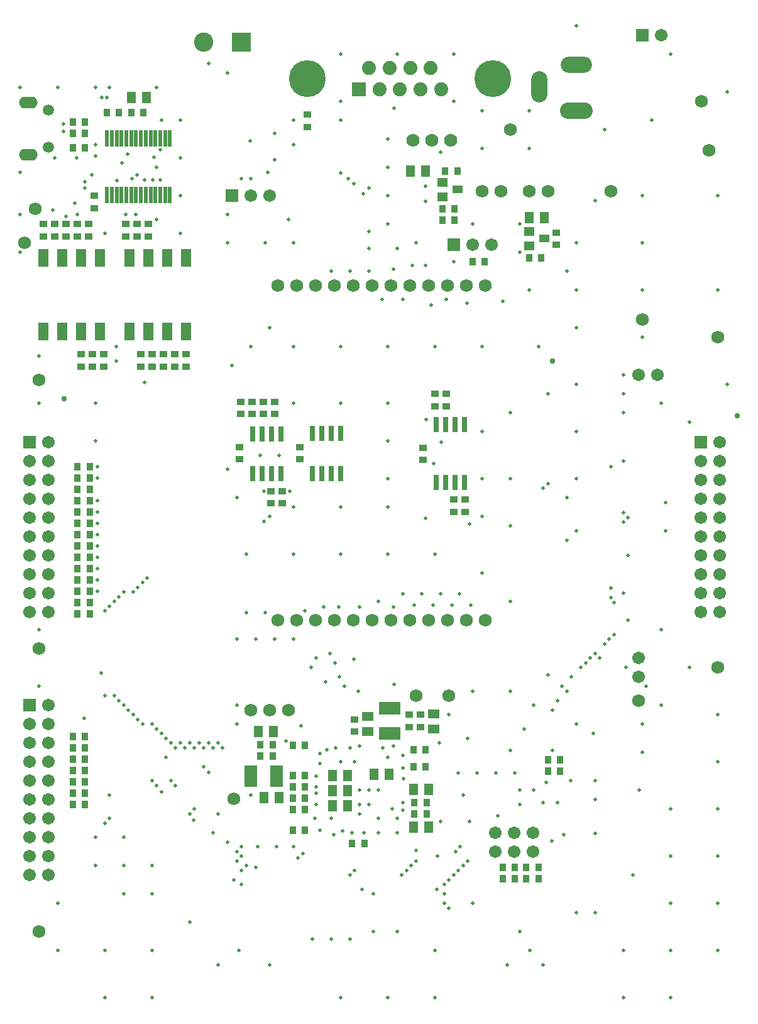
<source format=gbs>
%FSLAX25Y25*%
%MOIN*%
G70*
G01*
G75*
G04 Layer_Color=16711935*
%ADD10R,0.10000X0.06000*%
%ADD11R,0.05500X0.04000*%
%ADD12R,0.05315X0.02756*%
%ADD13R,0.07087X0.02756*%
G04:AMPARAMS|DCode=14|XSize=74.8mil|YSize=129.92mil|CornerRadius=0mil|HoleSize=0mil|Usage=FLASHONLY|Rotation=90.000|XOffset=0mil|YOffset=0mil|HoleType=Round|Shape=Octagon|*
%AMOCTAGOND14*
4,1,8,-0.06496,-0.01870,-0.06496,0.01870,-0.04626,0.03740,0.04626,0.03740,0.06496,0.01870,0.06496,-0.01870,0.04626,-0.03740,-0.04626,-0.03740,-0.06496,-0.01870,0.0*
%
%ADD14OCTAGOND14*%

%ADD15R,0.03500X0.03000*%
%ADD16R,0.03000X0.03500*%
%ADD17R,0.04000X0.05500*%
%ADD18R,0.01000X0.06000*%
%ADD19R,0.06000X0.01000*%
%ADD20R,0.06000X0.01000*%
%ADD21R,0.01000X0.06000*%
%ADD22R,0.06000X0.01000*%
%ADD23R,0.01000X0.06000*%
%ADD24R,0.06000X0.01000*%
%ADD25R,0.01000X0.06000*%
%ADD26R,0.01000X0.06000*%
%ADD27R,0.06000X0.01000*%
%ADD28R,0.06000X0.01000*%
%ADD29R,0.01000X0.06000*%
%ADD30R,0.07480X0.04331*%
%ADD31R,0.07480X0.04331*%
G04:AMPARAMS|DCode=32|XSize=62.99mil|YSize=49.21mil|CornerRadius=0mil|HoleSize=0mil|Usage=FLASHONLY|Rotation=90.003|XOffset=0mil|YOffset=0mil|HoleType=Round|Shape=Rectangle|*
%AMROTATEDRECTD32*
4,1,4,0.02461,-0.03150,-0.02461,-0.03150,-0.02461,0.03150,0.02461,0.03150,0.02461,-0.03150,0.0*
%
%ADD32ROTATEDRECTD32*%

G04:AMPARAMS|DCode=33|XSize=62.99mil|YSize=49.21mil|CornerRadius=0mil|HoleSize=0mil|Usage=FLASHONLY|Rotation=90.003|XOffset=0mil|YOffset=0mil|HoleType=Round|Shape=Rectangle|*
%AMROTATEDRECTD33*
4,1,4,0.02461,-0.03150,-0.02461,-0.03150,-0.02461,0.03150,0.02461,0.03150,0.02461,-0.03150,0.0*
%
%ADD33ROTATEDRECTD33*%

G04:AMPARAMS|DCode=34|XSize=62.99mil|YSize=49.21mil|CornerRadius=0mil|HoleSize=0mil|Usage=FLASHONLY|Rotation=90.003|XOffset=0mil|YOffset=0mil|HoleType=Round|Shape=Rectangle|*
%AMROTATEDRECTD34*
4,1,4,0.02461,-0.03150,-0.02461,-0.03150,-0.02461,0.03150,0.02461,0.03150,0.02461,-0.03150,0.0*
%
%ADD34ROTATEDRECTD34*%

%ADD35R,0.02362X0.07284*%
%ADD36R,0.01496X0.07874*%
%ADD37R,0.01496X0.07874*%
%ADD38R,0.04724X0.02362*%
%ADD39R,0.07201X0.07874*%
%ADD40R,0.05000X0.05000*%
%ADD41R,0.05315X0.01575*%
%ADD42R,0.07087X0.05906*%
%ADD43R,0.05000X0.05000*%
%ADD44R,0.10000X0.07500*%
%ADD45R,0.13780X0.13780*%
%ADD46C,0.31496*%
%ADD47C,0.01500*%
%ADD48C,0.01000*%
%ADD49C,0.02000*%
%ADD50C,0.03000*%
%ADD51C,0.01200*%
%ADD52C,0.05906*%
%ADD53O,0.16535X0.07874*%
%ADD54O,0.15748X0.07874*%
%ADD55O,0.07874X0.15748*%
%ADD56C,0.06654*%
%ADD57R,0.06654X0.06654*%
%ADD58C,0.18740*%
%ADD59C,0.09449*%
%ADD60R,0.09449X0.09449*%
%ADD61R,0.05906X0.05906*%
%ADD62R,0.05906X0.05906*%
%ADD63C,0.06000*%
%ADD64C,0.06200*%
%ADD65R,0.06000X0.06000*%
%ADD66O,0.09055X0.05512*%
%ADD67C,0.05118*%
%ADD68C,0.02000*%
%ADD69C,0.03000*%
%ADD70R,0.11000X0.06000*%
%ADD71R,0.06000X0.11000*%
%ADD72R,0.01700X0.07100*%
%ADD73R,0.05000X0.08700*%
%ADD74R,0.05000X0.04000*%
%ADD75R,0.05000X0.03598*%
%ADD76C,0.10000*%
%ADD77C,0.00787*%
%ADD78C,0.00100*%
%ADD79C,0.00800*%
%ADD80C,0.01969*%
%ADD81C,0.01600*%
%ADD82C,0.00900*%
%ADD83C,0.00591*%
%ADD84C,0.00600*%
%ADD85R,0.05000X0.00400*%
%ADD86R,0.00400X0.05000*%
%ADD87R,0.10800X0.06800*%
%ADD88R,0.06300X0.04800*%
%ADD89R,0.06115X0.03556*%
%ADD90R,0.07887X0.03556*%
G04:AMPARAMS|DCode=91|XSize=82.8mil|YSize=137.92mil|CornerRadius=0mil|HoleSize=0mil|Usage=FLASHONLY|Rotation=90.000|XOffset=0mil|YOffset=0mil|HoleType=Round|Shape=Octagon|*
%AMOCTAGOND91*
4,1,8,-0.06896,-0.02070,-0.06896,0.02070,-0.04826,0.04140,0.04826,0.04140,0.06896,0.02070,0.06896,-0.02070,0.04826,-0.04140,-0.04826,-0.04140,-0.06896,-0.02070,0.0*
%
%ADD91OCTAGOND91*%

%ADD92R,0.04300X0.03800*%
%ADD93R,0.03800X0.04300*%
%ADD94R,0.04800X0.06300*%
%ADD95R,0.01800X0.06800*%
%ADD96R,0.06800X0.01800*%
%ADD97R,0.06800X0.01800*%
%ADD98R,0.01800X0.06800*%
%ADD99R,0.06800X0.01800*%
%ADD100R,0.01800X0.06800*%
%ADD101R,0.06800X0.01800*%
%ADD102R,0.01800X0.06800*%
%ADD103R,0.01800X0.06800*%
%ADD104R,0.06800X0.01800*%
%ADD105R,0.06800X0.01800*%
%ADD106R,0.01800X0.06800*%
%ADD107R,0.08280X0.05131*%
%ADD108R,0.08280X0.05131*%
G04:AMPARAMS|DCode=109|XSize=70.99mil|YSize=57.21mil|CornerRadius=0mil|HoleSize=0mil|Usage=FLASHONLY|Rotation=90.003|XOffset=0mil|YOffset=0mil|HoleType=Round|Shape=Rectangle|*
%AMROTATEDRECTD109*
4,1,4,0.02861,-0.03550,-0.02861,-0.03550,-0.02861,0.03550,0.02861,0.03550,0.02861,-0.03550,0.0*
%
%ADD109ROTATEDRECTD109*%

G04:AMPARAMS|DCode=110|XSize=70.99mil|YSize=57.21mil|CornerRadius=0mil|HoleSize=0mil|Usage=FLASHONLY|Rotation=90.003|XOffset=0mil|YOffset=0mil|HoleType=Round|Shape=Rectangle|*
%AMROTATEDRECTD110*
4,1,4,0.02861,-0.03550,-0.02861,-0.03550,-0.02861,0.03550,0.02861,0.03550,0.02861,-0.03550,0.0*
%
%ADD110ROTATEDRECTD110*%

G04:AMPARAMS|DCode=111|XSize=70.99mil|YSize=57.21mil|CornerRadius=0mil|HoleSize=0mil|Usage=FLASHONLY|Rotation=90.003|XOffset=0mil|YOffset=0mil|HoleType=Round|Shape=Rectangle|*
%AMROTATEDRECTD111*
4,1,4,0.02861,-0.03550,-0.02861,-0.03550,-0.02861,0.03550,0.02861,0.03550,0.02861,-0.03550,0.0*
%
%ADD111ROTATEDRECTD111*%

%ADD112R,0.03162X0.08083*%
%ADD113R,0.02296X0.08674*%
%ADD114R,0.02296X0.08674*%
%ADD115R,0.05524X0.03162*%
%ADD116R,0.08001X0.08674*%
%ADD117R,0.05800X0.05800*%
%ADD118R,0.06115X0.02375*%
%ADD119R,0.07887X0.06706*%
%ADD120R,0.05800X0.05800*%
%ADD121R,0.10800X0.08300*%
%ADD122R,0.14579X0.14579*%
%ADD123C,0.32296*%
%ADD124C,0.06706*%
%ADD125O,0.17335X0.08674*%
%ADD126O,0.16548X0.08674*%
%ADD127O,0.08674X0.16548*%
%ADD128C,0.07453*%
%ADD129R,0.07453X0.07453*%
%ADD130C,0.19540*%
%ADD131C,0.10249*%
%ADD132R,0.10249X0.10249*%
%ADD133R,0.06706X0.06706*%
%ADD134R,0.06706X0.06706*%
%ADD135C,0.06800*%
%ADD136C,0.07000*%
%ADD137R,0.06800X0.06800*%
%ADD138O,0.09855X0.06312*%
%ADD139C,0.05918*%
%ADD140R,0.11800X0.06800*%
%ADD141R,0.06800X0.11800*%
%ADD142R,0.02500X0.07900*%
%ADD143R,0.05800X0.09500*%
%ADD144R,0.05800X0.04800*%
%ADD145R,0.05800X0.04398*%
D68*
X345000Y-210000D02*
D03*
X300000Y-125000D02*
D03*
Y-225000D02*
D03*
X265000Y-215000D02*
D03*
X200000Y-250000D02*
D03*
Y-230000D02*
D03*
X142500Y-237500D02*
D03*
X132500D02*
D03*
X120000Y-260000D02*
D03*
X115000Y-245000D02*
D03*
X310000Y-480000D02*
D03*
X330000Y-460000D02*
D03*
X345000Y-370000D02*
D03*
X360000Y-350000D02*
D03*
X277500Y-415000D02*
D03*
X275500Y-500000D02*
D03*
X121000D02*
D03*
X300000Y-480000D02*
D03*
X333500Y-415000D02*
D03*
X295000Y-140000D02*
D03*
X327500Y-290500D02*
D03*
X320000Y-315500D02*
D03*
X318500Y-313000D02*
D03*
X325000Y-310500D02*
D03*
X318500Y-308000D02*
D03*
X325000Y-273000D02*
D03*
X327500Y-270500D02*
D03*
X325000Y-268000D02*
D03*
Y-240500D02*
D03*
X318500Y-243500D02*
D03*
X243500Y-274000D02*
D03*
X220000Y-271000D02*
D03*
X297500Y-355000D02*
D03*
X295000Y-362500D02*
D03*
X292500Y-360000D02*
D03*
X290000Y-367500D02*
D03*
X287500Y-372500D02*
D03*
X243500Y-431500D02*
D03*
X245000Y-475000D02*
D03*
X320000Y-332500D02*
D03*
X317500Y-335000D02*
D03*
X315000Y-337500D02*
D03*
X312500Y-345000D02*
D03*
X310000Y-342500D02*
D03*
X307500Y-345000D02*
D03*
X305000Y-347500D02*
D03*
X302500Y-350000D02*
D03*
X300000Y-380000D02*
D03*
X285000Y-252500D02*
D03*
X71000Y-199000D02*
D03*
X57500Y-312500D02*
D03*
X55000Y-315000D02*
D03*
X60000Y-310000D02*
D03*
X65000D02*
D03*
X50000Y-320000D02*
D03*
X57500Y-367500D02*
D03*
X118500Y-462500D02*
D03*
X152500Y-451000D02*
D03*
X130000Y-456000D02*
D03*
X125000Y-455000D02*
D03*
X122500Y-457500D02*
D03*
Y-465000D02*
D03*
X155000Y-448500D02*
D03*
X293500Y-438500D02*
D03*
X46000Y-243500D02*
D03*
X55000Y-365000D02*
D03*
X50000Y-432500D02*
D03*
X52500Y-430000D02*
D03*
Y-417500D02*
D03*
X232500Y-477500D02*
D03*
X287500Y-394000D02*
D03*
X265000D02*
D03*
X110000Y-507500D02*
D03*
X137500D02*
D03*
X205000Y-490000D02*
D03*
X192500D02*
D03*
X50000Y-365000D02*
D03*
X102500Y-402500D02*
D03*
X235000Y-460000D02*
D03*
X237500Y-457500D02*
D03*
X240000Y-455000D02*
D03*
X242500Y-452500D02*
D03*
X207500Y-460000D02*
D03*
X210000Y-457500D02*
D03*
X212500Y-455000D02*
D03*
X215000Y-452500D02*
D03*
X230000Y-465000D02*
D03*
X232500Y-462500D02*
D03*
X226000Y-467500D02*
D03*
X192500Y-470000D02*
D03*
X180000Y-460000D02*
D03*
X186500Y-467500D02*
D03*
X46000Y-249500D02*
D03*
Y-273500D02*
D03*
Y-279500D02*
D03*
Y-303500D02*
D03*
Y-291500D02*
D03*
Y-285500D02*
D03*
Y-297500D02*
D03*
Y-309500D02*
D03*
X52500Y-317500D02*
D03*
X46000Y-267500D02*
D03*
Y-261591D02*
D03*
X137500Y-270000D02*
D03*
X134500Y-272500D02*
D03*
X148000Y-256500D02*
D03*
X134500D02*
D03*
X182500Y-457500D02*
D03*
X171421Y-438579D02*
D03*
X122500Y-445000D02*
D03*
X120000Y-447500D02*
D03*
X122500Y-450000D02*
D03*
X120000Y-452500D02*
D03*
X115000Y-442500D02*
D03*
X112500Y-392500D02*
D03*
X107500Y-437500D02*
D03*
X105000Y-405500D02*
D03*
X110000Y-390000D02*
D03*
X107500Y-392500D02*
D03*
X105000Y-390000D02*
D03*
X102500Y-392500D02*
D03*
X100000Y-390000D02*
D03*
X97500Y-392500D02*
D03*
X95000Y-390000D02*
D03*
X110000Y-427500D02*
D03*
X97500Y-425000D02*
D03*
X95000Y-427500D02*
D03*
X92500Y-392500D02*
D03*
X90000Y-390000D02*
D03*
X80000Y-416000D02*
D03*
Y-385000D02*
D03*
X87500Y-392500D02*
D03*
X60000Y-370000D02*
D03*
X62500Y-372500D02*
D03*
X65000Y-375000D02*
D03*
X67500Y-377500D02*
D03*
X70000Y-380000D02*
D03*
X75000D02*
D03*
X77500Y-382500D02*
D03*
X85000Y-390000D02*
D03*
X82500Y-387500D02*
D03*
X87500Y-412500D02*
D03*
X85000Y-410000D02*
D03*
X82500Y-397500D02*
D03*
X75000Y-410000D02*
D03*
X77500Y-412500D02*
D03*
X127500Y-417500D02*
D03*
X226500Y-450000D02*
D03*
X228000Y-431500D02*
D03*
X236000Y-447500D02*
D03*
X238500Y-445000D02*
D03*
X175000Y-88000D02*
D03*
X187000Y-99000D02*
D03*
X190000Y-96000D02*
D03*
X122500Y-91000D02*
D03*
X182000Y-93500D02*
D03*
X179000Y-91000D02*
D03*
X136500Y-87500D02*
D03*
X127500Y-91000D02*
D03*
X162201Y-413224D02*
D03*
Y-416724D02*
D03*
Y-407724D02*
D03*
X167701Y-393724D02*
D03*
X162201Y-422724D02*
D03*
X181201Y-437724D02*
D03*
X208201Y-396724D02*
D03*
Y-403224D02*
D03*
Y-421724D02*
D03*
Y-425724D02*
D03*
X185201Y-391724D02*
D03*
X203201D02*
D03*
X164201Y-436224D02*
D03*
Y-395724D02*
D03*
X28000Y-62000D02*
D03*
Y-66000D02*
D03*
X48500Y-48000D02*
D03*
X51000D02*
D03*
X35500Y-110000D02*
D03*
X61000D02*
D03*
X56500Y-92000D02*
D03*
X39500Y-92500D02*
D03*
Y-96000D02*
D03*
X59000Y-82500D02*
D03*
X71000Y-91500D02*
D03*
X79500D02*
D03*
X75500D02*
D03*
X79500Y-75500D02*
D03*
X29500Y-111000D02*
D03*
X77500Y-112500D02*
D03*
Y-42500D02*
D03*
X80000Y-60000D02*
D03*
X90000D02*
D03*
Y-80000D02*
D03*
Y-100000D02*
D03*
Y-120000D02*
D03*
X5000Y-87500D02*
D03*
Y-110000D02*
D03*
Y-130000D02*
D03*
X50000Y-120000D02*
D03*
X67000Y-89000D02*
D03*
X64500Y-91000D02*
D03*
X76000Y-79500D02*
D03*
X77500Y-85000D02*
D03*
X5000Y-42500D02*
D03*
X25000D02*
D03*
X45000D02*
D03*
X52500D02*
D03*
X45000Y-73000D02*
D03*
Y-79000D02*
D03*
X22500Y-107500D02*
D03*
X34000Y-104000D02*
D03*
X43000Y-89000D02*
D03*
X62000Y-78000D02*
D03*
X175000Y-60000D02*
D03*
X203500Y-53500D02*
D03*
X35000Y-80000D02*
D03*
X23500D02*
D03*
X159500Y-350000D02*
D03*
X162000Y-345000D02*
D03*
X167000Y-357500D02*
D03*
X169500Y-342500D02*
D03*
X172000Y-347500D02*
D03*
X174500Y-355000D02*
D03*
X182000Y-345500D02*
D03*
X184500Y-362500D02*
D03*
X282500Y-255000D02*
D03*
X203500Y-359000D02*
D03*
X177000Y-360000D02*
D03*
X67500Y-307500D02*
D03*
X70000Y-305000D02*
D03*
X72500Y-302500D02*
D03*
X25000Y-475000D02*
D03*
Y-500000D02*
D03*
X50000D02*
D03*
Y-525000D02*
D03*
X75000D02*
D03*
Y-500000D02*
D03*
X175000Y-525000D02*
D03*
X200000D02*
D03*
X225000D02*
D03*
Y-500000D02*
D03*
X325000Y-525000D02*
D03*
Y-500000D02*
D03*
X350000D02*
D03*
X375000D02*
D03*
X350000Y-525000D02*
D03*
Y-475000D02*
D03*
X375000D02*
D03*
Y-450000D02*
D03*
X350000D02*
D03*
Y-425000D02*
D03*
X375000D02*
D03*
Y-400000D02*
D03*
Y-375000D02*
D03*
X45000Y-440000D02*
D03*
Y-455000D02*
D03*
X15000Y-330000D02*
D03*
Y-360000D02*
D03*
Y-185000D02*
D03*
Y-210000D02*
D03*
X45000D02*
D03*
Y-230000D02*
D03*
X105000Y-30000D02*
D03*
X115000Y-35000D02*
D03*
X175000Y-25000D02*
D03*
Y-50000D02*
D03*
X235000Y-25000D02*
D03*
Y-50000D02*
D03*
X205000Y-25000D02*
D03*
X250000Y-75000D02*
D03*
X275000D02*
D03*
X300000Y-10000D02*
D03*
X127500Y-180000D02*
D03*
X150000D02*
D03*
X175000D02*
D03*
X200000D02*
D03*
X225000D02*
D03*
X250000D02*
D03*
X150000Y-210000D02*
D03*
X175000D02*
D03*
X200000D02*
D03*
X150000Y-265000D02*
D03*
X175000D02*
D03*
X200000D02*
D03*
X125000Y-290000D02*
D03*
X150000D02*
D03*
X175000D02*
D03*
X200000D02*
D03*
X225000D02*
D03*
X250000Y-225000D02*
D03*
Y-250000D02*
D03*
Y-300000D02*
D03*
X265000Y-250000D02*
D03*
Y-275000D02*
D03*
X250000Y-270000D02*
D03*
X265000Y-315000D02*
D03*
X300000Y-250000D02*
D03*
X295000Y-260000D02*
D03*
X280000Y-180000D02*
D03*
X300000Y-200000D02*
D03*
X285000Y-205000D02*
D03*
X325000Y-195000D02*
D03*
Y-205000D02*
D03*
Y-215000D02*
D03*
X300000Y-150000D02*
D03*
Y-170000D02*
D03*
X170000Y-430000D02*
D03*
X176000Y-436500D02*
D03*
X202500Y-425000D02*
D03*
X195000Y-430000D02*
D03*
X187500Y-437500D02*
D03*
X205000Y-430000D02*
D03*
Y-437500D02*
D03*
X195000D02*
D03*
Y-415000D02*
D03*
X190000D02*
D03*
X185000D02*
D03*
Y-422500D02*
D03*
X190000D02*
D03*
X185000Y-427500D02*
D03*
X172500Y-392500D02*
D03*
X180000D02*
D03*
X175000Y-400000D02*
D03*
X182500D02*
D03*
X197500Y-392500D02*
D03*
X200000Y-397500D02*
D03*
X161500Y-430000D02*
D03*
X164000Y-401000D02*
D03*
X237500Y-406000D02*
D03*
X247500D02*
D03*
X257500D02*
D03*
X267500D02*
D03*
X240000Y-417500D02*
D03*
X270000Y-415000D02*
D03*
Y-422500D02*
D03*
X258500Y-428500D02*
D03*
X282500Y-421500D02*
D03*
X290000D02*
D03*
X284000Y-411000D02*
D03*
X272500Y-382500D02*
D03*
X277500Y-370000D02*
D03*
X285000Y-354000D02*
D03*
X265000Y-362500D02*
D03*
X245000D02*
D03*
X232500Y-375000D02*
D03*
X242500Y-387500D02*
D03*
X227500Y-390000D02*
D03*
X60000Y-440000D02*
D03*
X75000Y-455000D02*
D03*
Y-470000D02*
D03*
X60000Y-455000D02*
D03*
Y-470000D02*
D03*
X310000Y-410000D02*
D03*
Y-420000D02*
D03*
X350000Y-25000D02*
D03*
X380000Y-45000D02*
D03*
X340000Y-60000D02*
D03*
X315000Y-65000D02*
D03*
X275000Y-55000D02*
D03*
X250000D02*
D03*
X147500Y-112500D02*
D03*
X135000Y-125000D02*
D03*
X150000D02*
D03*
X200000Y-70000D02*
D03*
Y-85000D02*
D03*
Y-100000D02*
D03*
Y-115000D02*
D03*
X215000Y-125000D02*
D03*
X235000Y-135000D02*
D03*
X270000Y-115000D02*
D03*
Y-130000D02*
D03*
X245000Y-115000D02*
D03*
X310000Y-102500D02*
D03*
X335000Y-100000D02*
D03*
Y-125000D02*
D03*
Y-150000D02*
D03*
Y-175000D02*
D03*
X375000Y-150000D02*
D03*
Y-100000D02*
D03*
X380000Y-200000D02*
D03*
X360000Y-220000D02*
D03*
X300000Y-277500D02*
D03*
X295000Y-282500D02*
D03*
X347500Y-262500D02*
D03*
Y-277500D02*
D03*
X345000Y-330000D02*
D03*
X335000Y-380000D02*
D03*
Y-395000D02*
D03*
X327500Y-325000D02*
D03*
X326500Y-350000D02*
D03*
X337000Y-360000D02*
D03*
X309000Y-385000D02*
D03*
X297000Y-410000D02*
D03*
X310000Y-438000D02*
D03*
X287000Y-442000D02*
D03*
X160000Y-494000D02*
D03*
X170000D02*
D03*
X180000D02*
D03*
X95000Y-485000D02*
D03*
X150000Y-445000D02*
D03*
X141000D02*
D03*
X131000D02*
D03*
X97000Y-431000D02*
D03*
X120000Y-370000D02*
D03*
Y-380000D02*
D03*
X154000Y-381000D02*
D03*
X146000Y-389000D02*
D03*
X120000Y-335000D02*
D03*
X130000D02*
D03*
X140000D02*
D03*
X150000D02*
D03*
X125000Y-321000D02*
D03*
X156000Y-320000D02*
D03*
X166000Y-318000D02*
D03*
X174000D02*
D03*
X135000Y-321000D02*
D03*
X185000Y-318000D02*
D03*
X195000Y-315000D02*
D03*
X203000Y-318000D02*
D03*
X208000Y-311000D02*
D03*
X214000Y-317000D02*
D03*
X218000Y-311000D02*
D03*
X224000Y-317000D02*
D03*
X228000Y-311000D02*
D03*
X234000Y-317000D02*
D03*
X238000Y-311000D02*
D03*
X244000Y-317000D02*
D03*
X48000Y-353000D02*
D03*
X39000Y-377000D02*
D03*
X261000Y-156000D02*
D03*
X275000Y-150000D02*
D03*
X115000Y-110000D02*
D03*
Y-125000D02*
D03*
X140000Y-67000D02*
D03*
Y-81000D02*
D03*
X150000Y-60000D02*
D03*
Y-73000D02*
D03*
X127000Y-71000D02*
D03*
X228000Y-77000D02*
D03*
X220000Y-95000D02*
D03*
Y-103000D02*
D03*
X197000Y-155000D02*
D03*
X208000D02*
D03*
X223000Y-158000D02*
D03*
X231000Y-155000D02*
D03*
X242000Y-157000D02*
D03*
X213000Y-137000D02*
D03*
X220000D02*
D03*
X203000Y-139000D02*
D03*
X190000Y-140000D02*
D03*
X180000D02*
D03*
X170000D02*
D03*
X190000Y-128000D02*
D03*
X205000D02*
D03*
X190000Y-119000D02*
D03*
X215000Y-447000D02*
D03*
X56000Y-180000D02*
D03*
Y-187500D02*
D03*
X117500Y-190000D02*
D03*
X137500Y-170000D02*
D03*
X208500Y-409000D02*
D03*
X224500Y-242000D02*
D03*
X228500Y-230500D02*
D03*
X220500Y-218500D02*
D03*
X230000Y-470000D02*
D03*
Y-475000D02*
D03*
X270000Y-490000D02*
D03*
X282500Y-507500D02*
D03*
X263500D02*
D03*
X66500Y-110000D02*
D03*
D69*
X28500Y-207500D02*
D03*
X385500Y-216500D02*
D03*
X287500Y-187500D02*
D03*
D88*
X224500Y-374500D02*
D03*
Y-382500D02*
D03*
X189500Y-384000D02*
D03*
Y-376000D02*
D03*
D92*
X157500Y-57000D02*
D03*
Y-63500D02*
D03*
X235169Y-261043D02*
D03*
Y-267543D02*
D03*
X231169Y-211543D02*
D03*
Y-205043D02*
D03*
X241169Y-261043D02*
D03*
Y-267543D02*
D03*
X225169Y-205043D02*
D03*
Y-211543D02*
D03*
X140000Y-209244D02*
D03*
Y-215744D02*
D03*
X122000Y-209244D02*
D03*
Y-215744D02*
D03*
X134000Y-209244D02*
D03*
Y-215744D02*
D03*
X128000Y-209244D02*
D03*
Y-215744D02*
D03*
X138169Y-263043D02*
D03*
Y-256543D02*
D03*
X144169Y-263043D02*
D03*
Y-256543D02*
D03*
X17500Y-115000D02*
D03*
Y-121500D02*
D03*
X93000Y-190500D02*
D03*
Y-184000D02*
D03*
X23500Y-121500D02*
D03*
Y-115000D02*
D03*
X87000Y-184000D02*
D03*
Y-190500D02*
D03*
X37500Y-184000D02*
D03*
Y-190500D02*
D03*
X73000Y-121500D02*
D03*
Y-115000D02*
D03*
X29500Y-121500D02*
D03*
Y-115000D02*
D03*
X81000Y-184000D02*
D03*
Y-190500D02*
D03*
X35500Y-115000D02*
D03*
Y-121500D02*
D03*
X43500Y-190500D02*
D03*
Y-184000D02*
D03*
X75000Y-190500D02*
D03*
Y-184000D02*
D03*
X67000Y-115000D02*
D03*
Y-121500D02*
D03*
X289500Y-126000D02*
D03*
Y-119500D02*
D03*
X211500Y-381500D02*
D03*
Y-375000D02*
D03*
X218669Y-240043D02*
D03*
Y-233543D02*
D03*
X153500Y-239744D02*
D03*
Y-233244D02*
D03*
X121500Y-239744D02*
D03*
Y-233244D02*
D03*
X41500Y-121500D02*
D03*
Y-115000D02*
D03*
X69000Y-184000D02*
D03*
Y-190500D02*
D03*
X49500D02*
D03*
Y-184000D02*
D03*
X61000Y-115000D02*
D03*
Y-121500D02*
D03*
X44500Y-106500D02*
D03*
Y-100000D02*
D03*
X217500Y-381500D02*
D03*
Y-375000D02*
D03*
X182500Y-384000D02*
D03*
Y-377500D02*
D03*
D93*
X33000Y-404500D02*
D03*
X39500D02*
D03*
X42000Y-321590D02*
D03*
X35500D02*
D03*
X42000Y-315591D02*
D03*
X35500D02*
D03*
Y-309591D02*
D03*
X42000D02*
D03*
Y-303590D02*
D03*
X35500D02*
D03*
Y-297590D02*
D03*
X42000D02*
D03*
Y-291590D02*
D03*
X35500D02*
D03*
Y-285591D02*
D03*
X42000D02*
D03*
Y-279591D02*
D03*
X35500D02*
D03*
Y-273590D02*
D03*
X42000D02*
D03*
Y-267590D02*
D03*
X35500D02*
D03*
Y-261591D02*
D03*
X42000D02*
D03*
Y-255591D02*
D03*
X35500D02*
D03*
Y-249590D02*
D03*
X42000D02*
D03*
X35500Y-243590D02*
D03*
X42000D02*
D03*
X39500Y-416500D02*
D03*
X33000D02*
D03*
X39500Y-410500D02*
D03*
X33000D02*
D03*
X39500Y-398500D02*
D03*
X33000D02*
D03*
X39500Y-392500D02*
D03*
X33000D02*
D03*
X39500Y-74500D02*
D03*
X33000D02*
D03*
X235500Y-113000D02*
D03*
X229000D02*
D03*
X57500Y-56000D02*
D03*
X51000D02*
D03*
X235500Y-107000D02*
D03*
X229000D02*
D03*
X245000Y-135000D02*
D03*
X251500D02*
D03*
X275000Y-133000D02*
D03*
X281500D02*
D03*
X39500Y-67000D02*
D03*
X33000D02*
D03*
X230500Y-87000D02*
D03*
X237000D02*
D03*
X39500Y-61000D02*
D03*
X33000D02*
D03*
X139000Y-397000D02*
D03*
X132500D02*
D03*
X267500Y-462000D02*
D03*
X261000D02*
D03*
X273500D02*
D03*
X280000D02*
D03*
X291500Y-405000D02*
D03*
X285000D02*
D03*
X39500Y-422500D02*
D03*
X33000D02*
D03*
Y-386500D02*
D03*
X39500D02*
D03*
X64000Y-56000D02*
D03*
X70500D02*
D03*
X139000Y-391000D02*
D03*
X132500D02*
D03*
X214201Y-421724D02*
D03*
X220701D02*
D03*
X156201Y-419224D02*
D03*
X149701D02*
D03*
X213701Y-402724D02*
D03*
X220201D02*
D03*
X181201Y-443224D02*
D03*
X187701D02*
D03*
X156201Y-413224D02*
D03*
X149701D02*
D03*
X261000Y-456000D02*
D03*
X267500D02*
D03*
X156201Y-425224D02*
D03*
X149701D02*
D03*
X156201Y-436224D02*
D03*
X149701D02*
D03*
X156201Y-391224D02*
D03*
X149701D02*
D03*
X213701Y-393724D02*
D03*
X220201D02*
D03*
X214201Y-427724D02*
D03*
X220701D02*
D03*
X156201Y-407224D02*
D03*
X149701D02*
D03*
X280000Y-456000D02*
D03*
X273500D02*
D03*
X285000Y-399000D02*
D03*
X291500D02*
D03*
D94*
X283000Y-111500D02*
D03*
X275000D02*
D03*
X220000Y-87000D02*
D03*
X212000D02*
D03*
X64000Y-48000D02*
D03*
X72000D02*
D03*
X131500Y-384000D02*
D03*
X139500D02*
D03*
X134500Y-419000D02*
D03*
X142500D02*
D03*
X213701Y-414724D02*
D03*
X221701D02*
D03*
X200701Y-406724D02*
D03*
X192701D02*
D03*
X170701Y-415224D02*
D03*
X178701D02*
D03*
X170701Y-423224D02*
D03*
X178701D02*
D03*
X213701Y-434724D02*
D03*
X221701D02*
D03*
X170701Y-407224D02*
D03*
X178701D02*
D03*
D113*
X61468Y-69500D02*
D03*
X66587D02*
D03*
X56350D02*
D03*
D114*
X58909D02*
D03*
X81941D02*
D03*
X53791Y-99500D02*
D03*
Y-69500D02*
D03*
X51232D02*
D03*
X79382D02*
D03*
X76823D02*
D03*
X71705D02*
D03*
X69146D02*
D03*
X84500Y-99500D02*
D03*
Y-69500D02*
D03*
X64028D02*
D03*
X69146Y-99500D02*
D03*
X66587D02*
D03*
X61468D02*
D03*
X58909D02*
D03*
X71705D02*
D03*
X81941D02*
D03*
X51232D02*
D03*
X74264Y-69500D02*
D03*
X56350Y-99500D02*
D03*
X64028D02*
D03*
X79382D02*
D03*
X76823D02*
D03*
X74264D02*
D03*
D124*
X333000Y-345000D02*
D03*
Y-355000D02*
D03*
Y-195000D02*
D03*
X343000D02*
D03*
X20000Y-320590D02*
D03*
X10000D02*
D03*
X20000Y-310591D02*
D03*
X10000D02*
D03*
X20000Y-300590D02*
D03*
X10000D02*
D03*
X20000Y-290591D02*
D03*
X10000D02*
D03*
X20000Y-280591D02*
D03*
X10000D02*
D03*
X20000Y-270590D02*
D03*
X10000D02*
D03*
X20000Y-260591D02*
D03*
X10000D02*
D03*
X20000Y-250590D02*
D03*
X10000D02*
D03*
X20000Y-240591D02*
D03*
X10000D02*
D03*
X20000Y-230591D02*
D03*
X376142Y-320590D02*
D03*
X366142D02*
D03*
X376142Y-310591D02*
D03*
X366142D02*
D03*
X376142Y-300590D02*
D03*
X366142D02*
D03*
X376142Y-290591D02*
D03*
X366142D02*
D03*
X376142Y-280591D02*
D03*
X366142D02*
D03*
X376142Y-270590D02*
D03*
X366142D02*
D03*
X376142Y-260591D02*
D03*
X366142D02*
D03*
X376142Y-250590D02*
D03*
X366142D02*
D03*
X376142Y-240591D02*
D03*
X366142D02*
D03*
X376142Y-230591D02*
D03*
X20000Y-460000D02*
D03*
X10000D02*
D03*
X20000Y-450000D02*
D03*
X10000D02*
D03*
X20000Y-440000D02*
D03*
X10000D02*
D03*
X20000Y-430000D02*
D03*
X10000D02*
D03*
X20000Y-420000D02*
D03*
X10000D02*
D03*
X20000Y-410000D02*
D03*
X10000D02*
D03*
X20000Y-400000D02*
D03*
X10000D02*
D03*
X20000Y-390000D02*
D03*
X10000D02*
D03*
X20000Y-380000D02*
D03*
X10000D02*
D03*
X20000Y-370000D02*
D03*
X137500Y-100000D02*
D03*
X127500D02*
D03*
X255000Y-126000D02*
D03*
X245000D02*
D03*
X267000Y-447500D02*
D03*
Y-437500D02*
D03*
X277000Y-447500D02*
D03*
Y-437500D02*
D03*
X257000D02*
D03*
Y-447500D02*
D03*
X345000Y-15000D02*
D03*
D125*
X300000Y-54937D02*
D03*
D126*
Y-30528D02*
D03*
D127*
X280315Y-42339D02*
D03*
D128*
X228311Y-43492D02*
D03*
X222858Y-32311D02*
D03*
X217406Y-43492D02*
D03*
X211953Y-32311D02*
D03*
X206500Y-43492D02*
D03*
X201047Y-32311D02*
D03*
X195595Y-43492D02*
D03*
X190142Y-32311D02*
D03*
D129*
X184689Y-43492D02*
D03*
D130*
X157307Y-37902D02*
D03*
X255693D02*
D03*
D131*
X102500Y-18500D02*
D03*
D132*
X122500D02*
D03*
D133*
X10000Y-230591D02*
D03*
X366142D02*
D03*
X10000Y-370000D02*
D03*
D134*
X117500Y-100000D02*
D03*
X235000Y-126000D02*
D03*
X335000Y-15000D02*
D03*
D135*
X375000Y-175000D02*
D03*
X15000Y-340000D02*
D03*
X232500Y-365000D02*
D03*
X375000Y-350000D02*
D03*
X15000Y-490000D02*
D03*
Y-197500D02*
D03*
X265000Y-65000D02*
D03*
X13000Y-107000D02*
D03*
X127500Y-372500D02*
D03*
X215000Y-365000D02*
D03*
X335000Y-165500D02*
D03*
X147500Y-372500D02*
D03*
X137500D02*
D03*
X118500Y-419500D02*
D03*
X370500Y-76000D02*
D03*
X333000Y-367500D02*
D03*
X318500Y-97500D02*
D03*
X366500Y-50000D02*
D03*
X7500Y-125000D02*
D03*
X250000Y-97500D02*
D03*
X260000D02*
D03*
X201850Y-324941D02*
D03*
X151850Y-147500D02*
D03*
X161850D02*
D03*
X141850D02*
D03*
X171850D02*
D03*
X181850D02*
D03*
X191850D02*
D03*
X211850D02*
D03*
X221850D02*
D03*
X231850D02*
D03*
X201850D02*
D03*
X241850D02*
D03*
X251850D02*
D03*
Y-324941D02*
D03*
X241850D02*
D03*
X231850D02*
D03*
X221850D02*
D03*
X211850D02*
D03*
X191850D02*
D03*
X181850D02*
D03*
X171850D02*
D03*
X161850D02*
D03*
X151850D02*
D03*
X141850D02*
D03*
X275000Y-97500D02*
D03*
X285000D02*
D03*
D136*
X223500Y-70500D02*
D03*
X233500D02*
D03*
X213500D02*
D03*
D138*
X9425Y-78280D02*
D03*
Y-50721D02*
D03*
D139*
X20055Y-74343D02*
D03*
Y-54658D02*
D03*
D140*
X201000Y-371500D02*
D03*
Y-385000D02*
D03*
D141*
X141000Y-407500D02*
D03*
X127500D02*
D03*
D142*
X225669Y-221189D02*
D03*
X240669D02*
D03*
X235669D02*
D03*
X230669Y-251897D02*
D03*
X225669D02*
D03*
X240669D02*
D03*
X230669Y-221189D02*
D03*
X235669Y-251897D02*
D03*
X175169Y-247173D02*
D03*
Y-225913D02*
D03*
X165169Y-247173D02*
D03*
X160169Y-225913D02*
D03*
X165169D02*
D03*
X160169Y-247173D02*
D03*
X170169D02*
D03*
Y-225913D02*
D03*
X143500Y-247374D02*
D03*
Y-226114D02*
D03*
X133500Y-247374D02*
D03*
X128500Y-226114D02*
D03*
X133500D02*
D03*
X128500Y-247374D02*
D03*
X138500D02*
D03*
Y-226114D02*
D03*
D143*
X27500Y-172000D02*
D03*
X37500D02*
D03*
Y-133000D02*
D03*
X27500D02*
D03*
X17500D02*
D03*
X47500D02*
D03*
Y-172000D02*
D03*
X17500D02*
D03*
X83000Y-133000D02*
D03*
X73000D02*
D03*
Y-172000D02*
D03*
X83000D02*
D03*
X93000D02*
D03*
X63000D02*
D03*
Y-133000D02*
D03*
X93000D02*
D03*
D144*
X229000Y-93000D02*
D03*
Y-100500D02*
D03*
X275000Y-119000D02*
D03*
Y-126500D02*
D03*
D145*
X237000Y-96750D02*
D03*
X283000Y-122750D02*
D03*
M02*

</source>
